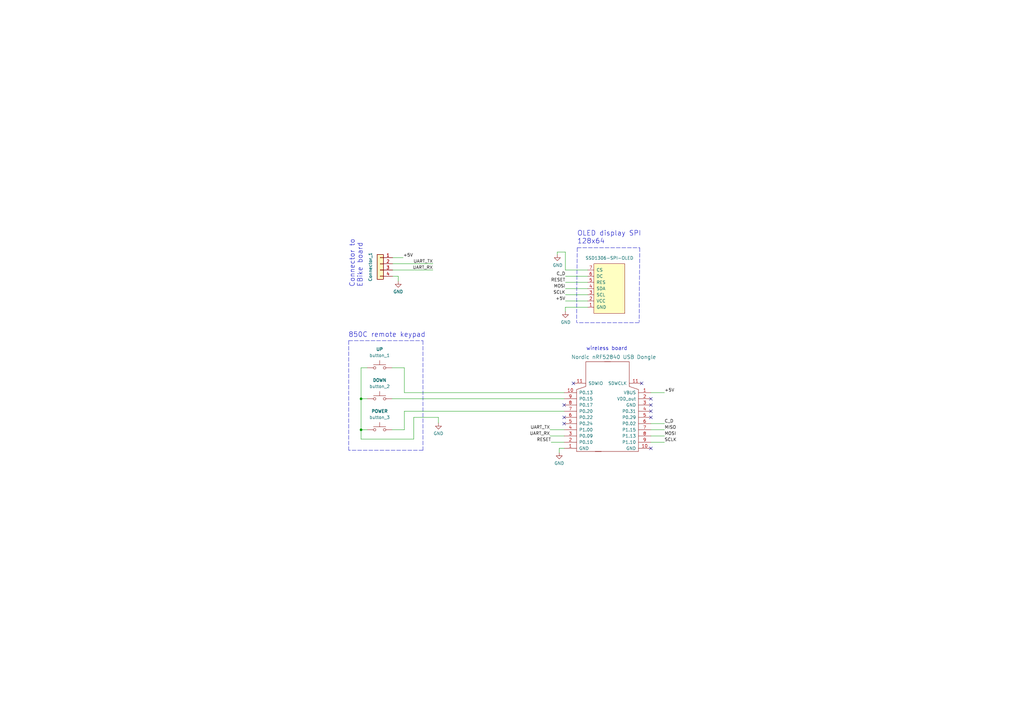
<source format=kicad_sch>
(kicad_sch (version 20211123) (generator eeschema)
  (paper "A3")
  (lib_symbols
    (symbol "Connector_Generic:Conn_01x04" (pin_names (offset 1.016) hide)
      (property "Reference" "J" (at 0 5.08 0))
      (property "Value" "Conn_01x04" (at 0 -7.62 0))
      (symbol "Conn_01x04_1_1"
        (rectangle (start -1.27 -4.953) (end 0 -5.207) (stroke (width 0.1524)))
        (rectangle (start -1.27 -2.413) (end 0 -2.667) (stroke (width 0.1524)))
        (rectangle (start -1.27 0.127) (end 0 -0.127) (stroke (width 0.1524)))
        (rectangle (start -1.27 2.667) (end 0 2.413) (stroke (width 0.1524)))
        (rectangle (start -1.27 3.81) (end 1.27 -6.35) (stroke (width 0.254)) (fill (type background)))
        (pin passive line (at -5.08 2.54 0) (length 3.81) (name "Pin_1") (number "1"))
        (pin passive line (at -5.08 0 0) (length 3.81) (name "Pin_2") (number "2"))
        (pin passive line (at -5.08 -2.54 0) (length 3.81) (name "Pin_3") (number "3"))
        (pin passive line (at -5.08 -5.08 0) (length 3.81) (name "Pin_4") (number "4"))
      )
    )
    (symbol "power:GND" (power) (pin_names (offset 0))
      (property "Value" "GND" (at 0 -3.81 0))
      (symbol "GND_0_1"
        (polyline (pts (xy 0 0) (xy 0 -1.27) (xy 1.27 -1.27) (xy 0 -2.54) (xy -1.27 -1.27) (xy 0 -1.27)))
      )
      (symbol "GND_1_1"
        (pin power_in line (at 0 0 270) (length 0) hide (name "GND") (number "1"))
      )
    )
    (symbol "schematic-OLED_SPI-Bafang_M500_M600-rescue:Nordic_nRF52840_USB_Dongle-Wired_remote" (pin_names (offset 1.016))
      (property "Reference" "U" (at -3.81 -2.54 0))
      (property "Value" "Nordic_nRF52840_USB_Dongle-Wired_remote" (at -1.27 -17.78 0))
      (symbol "Nordic_nRF52840_USB_Dongle-Wired_remote_0_1"
        (polyline (pts (xy -12.7 -15.24) (xy -2.54 -15.24)))
        (polyline (pts (xy -12.7 -15.24) (xy -12.7 10.16) (xy -8.89 11.43) (xy -8.89 21.59) (xy 1.27 21.59)))
        (polyline (pts (xy -5.08 -15.24) (xy 12.7 -15.24) (xy 12.7 10.16) (xy 8.89 11.43) (xy 8.89 21.59) (xy -1.27 21.59)))
      )
      (symbol "Nordic_nRF52840_USB_Dongle-Wired_remote_1_1"
        (pin bidirectional line (at -17.78 -13.97 0) (length 5.08) (name "GND") (number "1"))
        (pin power_out line (at 17.78 8.89 180) (length 5.08) (name "VBUS") (number "1"))
        (pin bidirectional line (at 17.78 -13.97 180) (length 5.08) (name "GND") (number "10"))
        (pin power_in line (at -17.78 8.89 0) (length 5.08) (name "P0.13") (number "10"))
        (pin input line (at 13.97 12.7 180) (length 5.0038) (name "SDWCLK") (number "11"))
        (pin input line (at -13.97 12.7 0) (length 5.08) (name "SDWIO") (number "11"))
        (pin bidirectional line (at -17.78 -11.43 0) (length 5.08) (name "P0.10") (number "2"))
        (pin input line (at 17.78 6.35 180) (length 5.08) (name "VDD_out") (number "2"))
        (pin input line (at 17.78 3.81 180) (length 5.08) (name "GND") (number "3"))
        (pin bidirectional line (at -17.78 -8.89 0) (length 5.08) (name "P0.09") (number "3"))
        (pin bidirectional line (at 17.78 1.27 180) (length 5.08) (name "P0.31") (number "4"))
        (pin bidirectional line (at -17.78 -6.35 0) (length 5.08) (name "P1.00") (number "4"))
        (pin bidirectional line (at -17.78 -3.81 0) (length 5.08) (name "P0.24") (number "5"))
        (pin bidirectional line (at 17.78 -1.27 180) (length 5.08) (name "P0.29") (number "5"))
        (pin bidirectional line (at 17.78 -3.81 180) (length 5.08) (name "P0.02") (number "6"))
        (pin bidirectional line (at -17.78 -1.27 0) (length 5.08) (name "P0.22") (number "6"))
        (pin bidirectional line (at -17.78 1.27 0) (length 5.08) (name "P0.20") (number "7"))
        (pin bidirectional line (at 17.78 -6.35 180) (length 5.08) (name "P1.15") (number "7"))
        (pin power_in line (at -17.78 3.81 0) (length 5.08) (name "P0.17") (number "8"))
        (pin bidirectional line (at 17.78 -8.89 180) (length 5.08) (name "P1.13") (number "8"))
        (pin power_in line (at -17.78 6.35 0) (length 5.08) (name "P0.15") (number "9"))
        (pin bidirectional line (at 17.78 -11.43 180) (length 5.08) (name "P1.10") (number "9"))
      )
    )
    (symbol "schematic-OLED_SPI-Bafang_M500_M600-rescue:SSD1306-SPI-OLED-schematic-rescue" (pin_names (offset 1.016))
      (property "Reference" "Brd" (at -3.81 -3.81 0))
      (property "Value" "SSD1306-SPI-OLED-schematic-rescue" (at 0 -1.27 0))
      (symbol "SSD1306-SPI-OLED-schematic-rescue_0_1"
        (rectangle (start -10.16 6.35) (end 10.16 -6.35) (fill (type background)))
      )
      (symbol "SSD1306-SPI-OLED-schematic-rescue_1_1"
        (pin input line (at -7.62 8.89 270) (length 2.54) (name "GND") (number "1"))
        (pin input line (at -5.08 8.89 270) (length 2.54) (name "VCC") (number "2"))
        (pin input line (at -2.54 8.89 270) (length 2.54) (name "SCL") (number "3"))
        (pin input line (at 0 8.89 270) (length 2.54) (name "SDA") (number "4"))
        (pin input line (at 2.54 8.89 270) (length 2.54) (name "RES") (number "5"))
        (pin input line (at 5.08 8.89 270) (length 2.54) (name "DC") (number "6"))
        (pin input line (at 7.62 8.89 270) (length 2.54) (name "CS") (number "7"))
      )
    )
    (symbol "schematic-OLED_SPI-Bafang_M500_M600-rescue:Switch_SW_Push-Wired_remote" (pin_numbers hide) (pin_names (offset 1.016) hide)
      (property "Reference" "SW" (at 1.27 2.54 0))
      (property "Value" "Switch_SW_Push-Wired_remote" (at 0 -1.524 0))
      (symbol "Switch_SW_Push-Wired_remote_0_1"
        (circle (center -2.032 0) (radius 0.508))
        (polyline (pts (xy 0 1.27) (xy 0 3.048)))
        (polyline (pts (xy 2.54 1.27) (xy -2.54 1.27)))
        (circle (center 2.032 0) (radius 0.508))
        (pin passive line (at -5.08 0 0) (length 2.54) (name "1") (number "1"))
        (pin passive line (at 5.08 0 180) (length 2.54) (name "2") (number "2"))
      )
    )
  )
  (junction (at 148.082 163.576))
  (junction (at 148.082 176.276))
  (no_connect (at 266.954 168.656))
  (no_connect (at 231.394 173.736))
  (no_connect (at 263.144 157.226))
  (no_connect (at 231.394 171.196))
  (no_connect (at 235.204 157.226))
  (no_connect (at 266.954 166.116))
  (no_connect (at 266.954 183.896))
  (no_connect (at 231.394 166.116))
  (no_connect (at 266.954 171.196))
  (no_connect (at 266.954 163.576))
  (wire (pts (xy 266.954 173.736) (xy 272.542 173.736)))
  (polyline (pts (xy 262.128 132.334) (xy 236.728 132.334)))
  (wire (pts (xy 148.082 180.086) (xy 169.672 180.086)))
  (polyline (pts (xy 173.482 184.658) (xy 143.002 184.658)))
  (wire (pts (xy 225.552 178.816) (xy 231.394 178.816)))
  (wire (pts (xy 231.902 103.378) (xy 231.902 110.744)))
  (wire (pts (xy 231.394 183.896) (xy 229.362 183.896)))
  (wire (pts (xy 161.036 105.664) (xy 165.354 105.664)))
  (wire (pts (xy 150.622 176.276) (xy 148.082 176.276)))
  (polyline (pts (xy 262.382 101.6) (xy 262.128 132.08)))
  (wire (pts (xy 160.782 150.876) (xy 165.862 150.876)))
  (wire (pts (xy 266.954 176.276) (xy 272.542 176.276)))
  (wire (pts (xy 148.082 176.276) (xy 148.082 163.576)))
  (wire (pts (xy 161.036 110.744) (xy 177.546 110.744)))
  (wire (pts (xy 241.046 115.824) (xy 231.902 115.824)))
  (wire (pts (xy 161.036 113.284) (xy 163.322 113.284)))
  (wire (pts (xy 169.672 171.196) (xy 169.672 180.086)))
  (wire (pts (xy 266.954 178.816) (xy 272.542 178.816)))
  (wire (pts (xy 160.782 163.576) (xy 231.394 163.576)))
  (polyline (pts (xy 236.728 101.6) (xy 236.474 132.334)))
  (wire (pts (xy 266.954 181.356) (xy 272.542 181.356)))
  (wire (pts (xy 228.6 104.394) (xy 228.6 103.378)))
  (wire (pts (xy 148.082 150.876) (xy 148.082 163.576)))
  (wire (pts (xy 225.552 176.276) (xy 231.394 176.276)))
  (wire (pts (xy 241.046 110.744) (xy 231.902 110.744)))
  (polyline (pts (xy 143.002 139.7) (xy 173.482 139.7)))
  (wire (pts (xy 150.622 150.876) (xy 148.082 150.876)))
  (wire (pts (xy 148.082 176.276) (xy 148.082 180.086)))
  (wire (pts (xy 165.862 161.036) (xy 231.394 161.036)))
  (wire (pts (xy 241.046 125.984) (xy 231.902 125.984)))
  (polyline (pts (xy 236.728 101.6) (xy 262.382 101.6)))
  (wire (pts (xy 179.832 171.196) (xy 179.832 173.482)))
  (wire (pts (xy 241.046 118.364) (xy 231.902 118.364)))
  (wire (pts (xy 165.862 168.656) (xy 231.394 168.656)))
  (wire (pts (xy 163.322 113.284) (xy 163.322 115.316)))
  (wire (pts (xy 241.046 113.284) (xy 231.902 113.284)))
  (wire (pts (xy 161.036 108.204) (xy 177.546 108.204)))
  (wire (pts (xy 160.782 176.276) (xy 165.862 176.276)))
  (wire (pts (xy 231.902 125.984) (xy 231.902 127.762)))
  (wire (pts (xy 231.394 181.356) (xy 226.06 181.356)))
  (wire (pts (xy 266.954 161.036) (xy 272.542 161.036)))
  (polyline (pts (xy 173.482 139.7) (xy 173.482 184.658)))
  (polyline (pts (xy 143.002 139.7) (xy 143.002 184.658)))
  (wire (pts (xy 241.046 120.904) (xy 231.902 120.904)))
  (wire (pts (xy 241.046 123.444) (xy 231.902 123.444)))
  (wire (pts (xy 165.862 168.656) (xy 165.862 176.276)))
  (wire (pts (xy 169.672 171.196) (xy 179.832 171.196)))
  (wire (pts (xy 148.082 163.576) (xy 150.622 163.576)))
  (wire (pts (xy 228.6 103.378) (xy 231.902 103.378)))
  (wire (pts (xy 229.362 183.896) (xy 229.362 185.674)))
  (wire (pts (xy 165.862 161.036) (xy 165.862 150.876)))
  (text "Connector to\nEBike board" (at 148.844 117.856 90) (effects (font (size 2.0066 2.0066)) (justify left bottom)))
  (text "wireless board" (at 240.411 143.891 0) (effects (font (size 1.524 1.524)) (justify left bottom)))
  (text "850C remote keypad" (at 142.9004 138.5316 0) (effects (font (size 2.0066 2.0066)) (justify left bottom)))
  (text "OLED display SPI\n128x64" (at 236.728 100.203 0) (effects (font (size 2.0066 2.0066)) (justify left bottom)))
  (label "C_D" (at 231.902 113.284 180))
  (label "C_D" (at 272.542 173.736 0))
  (label "+5V" (at 231.902 123.444 180))
  (label "UART_TX" (at 177.546 108.204 180))
  (label "MOSI" (at 231.902 118.364 180))
  (label "UART_RX" (at 177.546 110.744 180))
  (label "SCLK" (at 272.542 181.356 0))
  (label "RESET" (at 226.06 181.356 180))
  (label "UART_RX" (at 225.552 178.816 180))
  (label "UART_TX" (at 225.552 176.276 180))
  (label "MISO" (at 272.542 176.276 0))
  (label "SCLK" (at 231.902 120.904 180))
  (label "RESET" (at 231.902 115.824 180))
  (label "MOSI" (at 272.542 178.816 0))
  (label "+5V" (at 272.542 161.036 0))
  (label "+5V" (at 165.354 105.664 0))
  (symbol (lib_id "schematic-OLED_SPI-Bafang_M500_M600-rescue:Switch_SW_Push-Wired_remote") (at 155.702 150.876 0) (unit 1)
    (property "Reference" "button_1" (at 155.702 145.796 0))
    (property "Value" "UP" (at 155.702 143.256 0) (effects (font bold)))
  )
  (symbol (lib_id "schematic-OLED_SPI-Bafang_M500_M600-rescue:Switch_SW_Push-Wired_remote") (at 155.702 163.576 0) (unit 1)
    (property "Reference" "button_2" (at 155.702 158.496 0))
    (property "Value" "DOWN" (at 155.702 155.956 0) (effects (font bold)))
  )
  (symbol (lib_id "schematic-OLED_SPI-Bafang_M500_M600-rescue:Switch_SW_Push-Wired_remote") (at 155.702 176.276 0) (unit 1)
    (property "Reference" "button_3" (at 155.702 171.196 0))
    (property "Value" "POWER" (at 155.702 168.656 0) (effects (font bold)))
  )
  (symbol (lib_id "schematic-OLED_SPI-Bafang_M500_M600-rescue:Nordic_nRF52840_USB_Dongle-Wired_remote") (at 249.174 169.926 0) (unit 1)
    (property "Reference" "U2" (effects hide))
    (property "Value" "Nordic nRF52840 USB Dongle" (at 251.714 146.431 0) (effects (font (size 1.524 1.524))))
  )
  (symbol (lib_id "power:GND") (at 231.902 127.762 0) (unit 1)
    (property "Reference" "#PWR05" (effects hide))
    (property "Value" "GND" (at 232.029 132.1562 0))
  )
  (symbol (lib_id "power:GND") (at 229.362 185.674 0) (unit 1)
    (property "Reference" "#PWR03" (effects hide))
    (property "Value" "GND" (at 229.362 189.992 0))
  )
  (symbol (lib_id "schematic-OLED_SPI-Bafang_M500_M600-rescue:SSD1306-SPI-OLED-schematic-rescue") (at 249.936 118.364 90) (unit 1)
    (property "Reference" "NA1" (effects hide))
    (property "Value" "SSD1306-SPI-OLED" (at 240.0808 105.8418 90) (effects (justify right)))
  )
  (symbol (lib_id "Connector_Generic:Conn_01x04") (at 155.956 108.204 0) (mirror y) (unit 1)
    (property "Reference" "J?" (effects hide))
    (property "Value" "Connector_1" (at 151.892 109.474 90))
  )
  (symbol (lib_id "power:GND") (at 228.6 104.394 0) (unit 1)
    (property "Reference" "#PWR?" (effects hide))
    (property "Value" "GND" (at 228.727 108.7882 0))
  )
  (symbol (lib_id "power:GND") (at 163.322 115.316 0) (unit 1)
    (property "Reference" "#PWR?" (effects hide))
    (property "Value" "GND" (at 163.322 119.634 0))
  )
  (symbol (lib_id "power:GND") (at 179.832 173.482 0) (unit 1)
    (property "Reference" "#PWR?" (effects hide))
    (property "Value" "GND" (at 179.832 177.8 0))
  )
)
</source>
